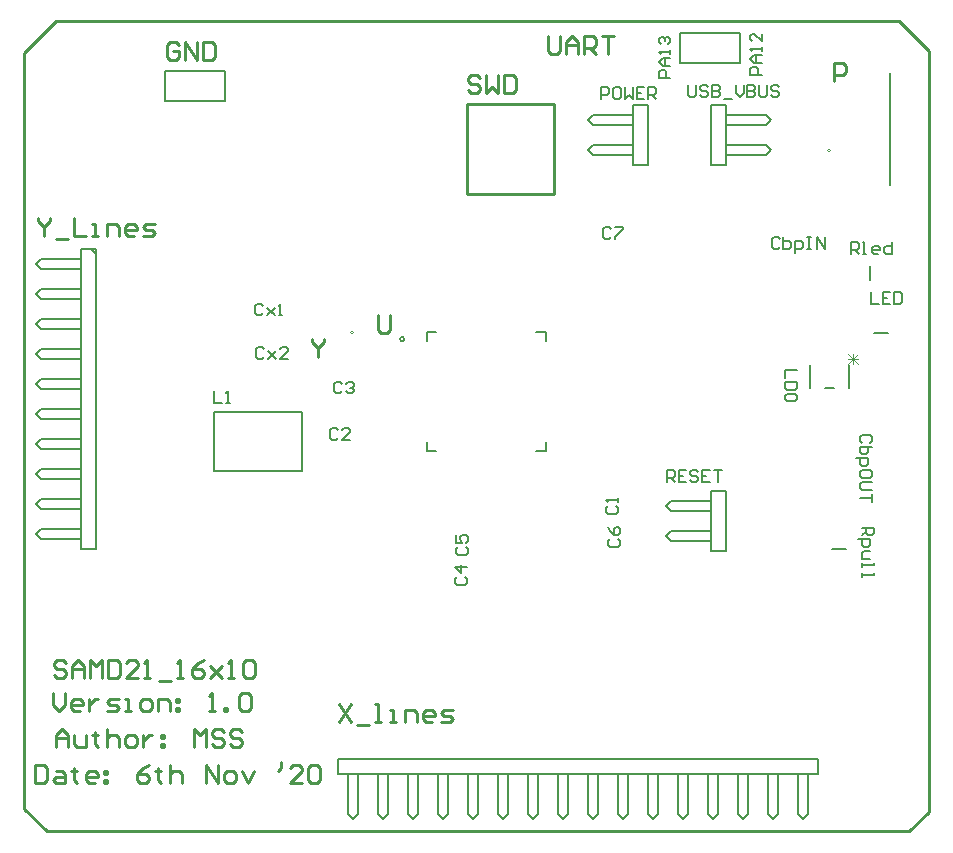
<source format=gto>
G04*
G04 #@! TF.GenerationSoftware,Altium Limited,Altium Designer,20.1.14 (287)*
G04*
G04 Layer_Color=65535*
%FSLAX44Y44*%
%MOMM*%
G71*
G04*
G04 #@! TF.SameCoordinates,20106440-3F2D-40E8-AC6D-39A368FF7A92*
G04*
G04*
G04 #@! TF.FilePolarity,Positive*
G04*
G01*
G75*
%ADD10C,0.0000*%
%ADD11C,0.2000*%
%ADD12C,0.0500*%
%ADD13C,0.2540*%
%ADD14C,0.1270*%
%ADD15C,0.1524*%
%ADD16C,0.1500*%
%ADD17C,0.0762*%
D10*
X1619930Y1294260D02*
G03*
X1619930Y1294260I-1270J0D01*
G01*
D11*
X1259223Y1134160D02*
G03*
X1259223Y1134160I-1803J0D01*
G01*
X1056640Y1336040D02*
Y1361440D01*
X1107440D01*
Y1336040D02*
Y1361440D01*
X1056640Y1336040D02*
X1107440D01*
X998220Y956310D02*
Y1191260D01*
X993987Y1210310D02*
X998220Y1206077D01*
Y1191260D02*
Y1210310D01*
X951653Y964777D02*
X985520D01*
X947420Y969010D02*
X951653Y964777D01*
X947420Y969010D02*
X951653Y973243D01*
X985520D01*
X951653Y990177D02*
X985520D01*
X947420Y994410D02*
X951653Y990177D01*
X947420Y994410D02*
X951653Y998643D01*
X985520D01*
X951653Y1015577D02*
X985520D01*
X947420Y1019810D02*
X951653Y1015577D01*
X947420Y1019810D02*
X951653Y1024043D01*
X985520D01*
X951653Y1040977D02*
X985520D01*
X947420Y1045210D02*
X951653Y1040977D01*
X947420Y1045210D02*
X951653Y1049443D01*
X985520D01*
X951653Y1066377D02*
X985520D01*
X947420Y1070610D02*
X951653Y1066377D01*
X947420Y1070610D02*
X951653Y1074843D01*
X985520D01*
X951653Y1091777D02*
X985520D01*
X947420Y1096010D02*
X951653Y1091777D01*
X947420Y1096010D02*
X951653Y1100243D01*
X985520D01*
X951653Y1117177D02*
X985520D01*
X947420Y1121410D02*
X951653Y1117177D01*
X947420Y1121410D02*
X951653Y1125643D01*
X985520D01*
X951653Y1142577D02*
X985520D01*
X947420Y1146810D02*
X951653Y1142577D01*
X947420Y1146810D02*
X951653Y1151043D01*
X985520D01*
X951653Y1167977D02*
X985520D01*
X947420Y1172210D02*
X951653Y1167977D01*
X947420Y1172210D02*
X951653Y1176443D01*
X985520D01*
X951653Y1193377D02*
X985520D01*
X947420Y1197610D02*
X951653Y1193377D01*
X947420Y1197610D02*
X951653Y1201843D01*
X985520D01*
Y956310D02*
X998220D01*
X985520D02*
Y1210310D01*
X998220D01*
X1492250Y1367790D02*
Y1393190D01*
X1543050D01*
Y1367790D02*
Y1393190D01*
X1492250Y1367790D02*
X1543050D01*
X1202690Y765810D02*
Y778510D01*
Y765810D02*
X1609090D01*
Y778510D01*
X1211157Y731943D02*
Y765810D01*
Y731943D02*
X1215390Y727710D01*
X1219623Y731943D01*
Y765810D01*
X1236557Y731943D02*
Y765810D01*
Y731943D02*
X1240790Y727710D01*
X1245023Y731943D01*
Y765810D01*
X1261957Y731943D02*
Y765810D01*
Y731943D02*
X1266190Y727710D01*
X1270423Y731943D01*
Y765810D01*
X1287357Y731943D02*
Y765810D01*
Y731943D02*
X1291590Y727710D01*
X1295823Y731943D01*
Y765810D01*
X1312757Y731943D02*
Y765810D01*
Y731943D02*
X1316990Y727710D01*
X1321223Y731943D01*
Y765810D01*
X1338157Y731943D02*
Y765810D01*
Y731943D02*
X1342390Y727710D01*
X1346623Y731943D01*
Y765810D01*
X1363557Y731943D02*
Y765810D01*
Y731943D02*
X1367790Y727710D01*
X1372023Y731943D01*
Y765810D01*
X1388957Y731943D02*
Y765810D01*
Y731943D02*
X1393190Y727710D01*
X1397423Y731943D01*
Y765810D01*
X1414357Y731943D02*
Y765810D01*
Y731943D02*
X1418590Y727710D01*
X1422823Y731943D01*
Y765810D01*
X1439757Y731943D02*
Y765810D01*
Y731943D02*
X1443990Y727710D01*
X1448223Y731943D01*
Y765810D01*
X1465157Y731943D02*
Y765810D01*
Y731943D02*
X1469390Y727710D01*
X1473623Y731943D01*
Y765810D01*
X1490557Y731943D02*
Y765810D01*
Y731943D02*
X1494790Y727710D01*
X1499023Y731943D01*
Y765810D01*
X1515957Y731943D02*
Y765810D01*
Y731943D02*
X1520190Y727710D01*
X1524423Y731943D01*
Y765810D01*
X1541357Y731943D02*
Y765810D01*
Y731943D02*
X1545590Y727710D01*
X1549823Y731943D01*
Y765810D01*
X1566757Y731943D02*
Y765810D01*
Y731943D02*
X1570990Y727710D01*
X1575223Y731943D01*
Y765810D01*
X1592157Y731943D02*
Y765810D01*
Y731943D02*
X1596390Y727710D01*
X1600623Y731943D01*
Y765810D01*
X1202690Y778510D02*
X1221740D01*
X1609090D01*
X1531620Y1281430D02*
Y1332230D01*
X1518920D02*
X1531620D01*
X1518920Y1281430D02*
X1531620D01*
X1518920D02*
Y1332230D01*
X1531620Y1289897D02*
X1565487D01*
X1569720Y1294130D01*
X1565487Y1298363D02*
X1569720Y1294130D01*
X1531620Y1298363D02*
X1565487D01*
X1531620Y1315297D02*
X1565487D01*
X1569720Y1319530D01*
X1565487Y1323763D02*
X1569720Y1319530D01*
X1531620Y1323763D02*
X1565487D01*
X1620870Y956310D02*
X1632870D01*
X1653540Y1183990D02*
Y1195990D01*
X1518920Y955040D02*
Y1005840D01*
Y955040D02*
X1531620D01*
X1518920Y1005840D02*
X1531620D01*
Y955040D02*
Y1005840D01*
X1485053Y997373D02*
X1518920D01*
X1480820Y993140D02*
X1485053Y997373D01*
X1480820Y993140D02*
X1485053Y988907D01*
X1485053Y988907D02*
X1518920D01*
X1485053Y971973D02*
X1518920D01*
X1480820Y967740D02*
X1485053Y971973D01*
X1480820Y967740D02*
X1485053Y963507D01*
X1518920D01*
X1452880Y1281430D02*
Y1332230D01*
Y1281430D02*
X1465580D01*
X1452880Y1332230D02*
X1465580D01*
Y1281430D02*
Y1332230D01*
X1419013Y1323763D02*
X1452880D01*
X1414780Y1319530D02*
X1419013Y1323763D01*
X1414780Y1319530D02*
X1419013Y1315297D01*
X1419013Y1315297D02*
X1452880D01*
X1419013Y1298363D02*
X1452880D01*
X1414780Y1294130D02*
X1419013Y1298363D01*
X1414780Y1294130D02*
X1419013Y1289897D01*
X1452880D01*
X1656430Y1139300D02*
X1668430D01*
X1172880Y1047750D02*
Y1072750D01*
X1097880D02*
X1172880D01*
X1097880Y1022750D02*
Y1072750D01*
Y1022750D02*
X1172880D01*
Y1047750D01*
D12*
X1216224Y1139900D02*
G03*
X1216224Y1139900I-1414J0D01*
G01*
D13*
X1703070Y734060D02*
Y737870D01*
Y938530D01*
X1686560Y717550D02*
X1703070Y734060D01*
X956310Y717550D02*
X1686560D01*
X937260Y736600D02*
X956310Y717550D01*
X937260Y1376680D02*
X937260Y736600D01*
X937260Y1376680D02*
X963930Y1403350D01*
X1220470D01*
X1703070Y938530D02*
Y1374775D01*
X1220470Y1403350D02*
X1677670D01*
X1703070Y1377950D01*
Y1371600D02*
Y1377950D01*
X1311910Y1333500D02*
X1385570D01*
Y1257300D02*
Y1333500D01*
X1311910Y1257300D02*
X1385570D01*
X1311910D02*
Y1333500D01*
X946150Y773425D02*
Y758190D01*
X953767D01*
X956307Y760729D01*
Y770886D01*
X953767Y773425D01*
X946150D01*
X963924Y768347D02*
X969003D01*
X971542Y765807D01*
Y758190D01*
X963924D01*
X961385Y760729D01*
X963924Y763268D01*
X971542D01*
X979159Y770886D02*
Y768347D01*
X976620D01*
X981699D01*
X979159D01*
Y760729D01*
X981699Y758190D01*
X996934D02*
X991855D01*
X989316Y760729D01*
Y765807D01*
X991855Y768347D01*
X996934D01*
X999473Y765807D01*
Y763268D01*
X989316D01*
X1004551Y768347D02*
X1007090D01*
Y765807D01*
X1004551D01*
Y768347D01*
Y760729D02*
X1007090D01*
Y758190D01*
X1004551D01*
Y760729D01*
X1042639Y773425D02*
X1037560Y770886D01*
X1032482Y765807D01*
Y760729D01*
X1035021Y758190D01*
X1040100D01*
X1042639Y760729D01*
Y763268D01*
X1040100Y765807D01*
X1032482D01*
X1050256Y770886D02*
Y768347D01*
X1047717D01*
X1052795D01*
X1050256D01*
Y760729D01*
X1052795Y758190D01*
X1060413Y773425D02*
Y758190D01*
Y765807D01*
X1062952Y768347D01*
X1068031D01*
X1070570Y765807D01*
Y758190D01*
X1090883D02*
Y773425D01*
X1101040Y758190D01*
Y773425D01*
X1108657Y758190D02*
X1113736D01*
X1116275Y760729D01*
Y765807D01*
X1113736Y768347D01*
X1108657D01*
X1106118Y765807D01*
Y760729D01*
X1108657Y758190D01*
X1121353Y768347D02*
X1126432Y758190D01*
X1131510Y768347D01*
X1154363Y775964D02*
Y770886D01*
X1151824Y768347D01*
X1172137Y758190D02*
X1161980D01*
X1172137Y768347D01*
Y770886D01*
X1169598Y773425D01*
X1164519D01*
X1161980Y770886D01*
X1177215D02*
X1179754Y773425D01*
X1184833D01*
X1187372Y770886D01*
Y760729D01*
X1184833Y758190D01*
X1179754D01*
X1177215Y760729D01*
Y770886D01*
X963930Y788670D02*
Y798827D01*
X969008Y803905D01*
X974087Y798827D01*
Y788670D01*
Y796288D01*
X963930D01*
X979165Y798827D02*
Y791209D01*
X981704Y788670D01*
X989322D01*
Y798827D01*
X996939Y801366D02*
Y798827D01*
X994400D01*
X999479D01*
X996939D01*
Y791209D01*
X999479Y788670D01*
X1007096Y803905D02*
Y788670D01*
Y796288D01*
X1009635Y798827D01*
X1014714D01*
X1017253Y796288D01*
Y788670D01*
X1024870D02*
X1029949D01*
X1032488Y791209D01*
Y796288D01*
X1029949Y798827D01*
X1024870D01*
X1022331Y796288D01*
Y791209D01*
X1024870Y788670D01*
X1037566Y798827D02*
Y788670D01*
Y793748D01*
X1040105Y796288D01*
X1042645Y798827D01*
X1045184D01*
X1052801D02*
X1055340D01*
Y796288D01*
X1052801D01*
Y798827D01*
Y791209D02*
X1055340D01*
Y788670D01*
X1052801D01*
Y791209D01*
X1080732Y788670D02*
Y803905D01*
X1085811Y798827D01*
X1090889Y803905D01*
Y788670D01*
X1106124Y801366D02*
X1103585Y803905D01*
X1098506D01*
X1095967Y801366D01*
Y798827D01*
X1098506Y796288D01*
X1103585D01*
X1106124Y793748D01*
Y791209D01*
X1103585Y788670D01*
X1098506D01*
X1095967Y791209D01*
X1121359Y801366D02*
X1118820Y803905D01*
X1113742D01*
X1111202Y801366D01*
Y798827D01*
X1113742Y796288D01*
X1118820D01*
X1121359Y793748D01*
Y791209D01*
X1118820Y788670D01*
X1113742D01*
X1111202Y791209D01*
X961390Y834385D02*
Y824228D01*
X966468Y819150D01*
X971547Y824228D01*
Y834385D01*
X984243Y819150D02*
X979164D01*
X976625Y821689D01*
Y826768D01*
X979164Y829307D01*
X984243D01*
X986782Y826768D01*
Y824228D01*
X976625D01*
X991860Y829307D02*
Y819150D01*
Y824228D01*
X994399Y826768D01*
X996938Y829307D01*
X999478D01*
X1007095Y819150D02*
X1014713D01*
X1017252Y821689D01*
X1014713Y824228D01*
X1009634D01*
X1007095Y826768D01*
X1009634Y829307D01*
X1017252D01*
X1022330Y819150D02*
X1027409D01*
X1024870D01*
Y829307D01*
X1022330D01*
X1037565Y819150D02*
X1042644D01*
X1045183Y821689D01*
Y826768D01*
X1042644Y829307D01*
X1037565D01*
X1035026Y826768D01*
Y821689D01*
X1037565Y819150D01*
X1050261D02*
Y829307D01*
X1057879D01*
X1060418Y826768D01*
Y819150D01*
X1065496Y829307D02*
X1068036D01*
Y826768D01*
X1065496D01*
Y829307D01*
Y821689D02*
X1068036D01*
Y819150D01*
X1065496D01*
Y821689D01*
X1093427Y819150D02*
X1098506D01*
X1095966D01*
Y834385D01*
X1093427Y831846D01*
X1106123Y819150D02*
Y821689D01*
X1108662D01*
Y819150D01*
X1106123D01*
X1118819Y831846D02*
X1121358Y834385D01*
X1126437D01*
X1128976Y831846D01*
Y821689D01*
X1126437Y819150D01*
X1121358D01*
X1118819Y821689D01*
Y831846D01*
X972817Y859785D02*
X970277Y862324D01*
X965199D01*
X962660Y859785D01*
Y857246D01*
X965199Y854707D01*
X970277D01*
X972817Y852168D01*
Y849628D01*
X970277Y847089D01*
X965199D01*
X962660Y849628D01*
X977895Y847089D02*
Y857246D01*
X982973Y862324D01*
X988052Y857246D01*
Y847089D01*
Y854707D01*
X977895D01*
X993130Y847089D02*
Y862324D01*
X998208Y857246D01*
X1003287Y862324D01*
Y847089D01*
X1008365Y862324D02*
Y847089D01*
X1015983D01*
X1018522Y849628D01*
Y859785D01*
X1015983Y862324D01*
X1008365D01*
X1033757Y847089D02*
X1023600D01*
X1033757Y857246D01*
Y859785D01*
X1031218Y862324D01*
X1026140D01*
X1023600Y859785D01*
X1038835Y847089D02*
X1043914D01*
X1041375D01*
Y862324D01*
X1038835Y859785D01*
X1051531Y844550D02*
X1061688D01*
X1066766Y847089D02*
X1071845D01*
X1069305D01*
Y862324D01*
X1066766Y859785D01*
X1089619Y862324D02*
X1084541Y859785D01*
X1079462Y854707D01*
Y849628D01*
X1082001Y847089D01*
X1087080D01*
X1089619Y849628D01*
Y852168D01*
X1087080Y854707D01*
X1079462D01*
X1094697Y857246D02*
X1104854Y847089D01*
X1099776Y852168D01*
X1104854Y857246D01*
X1094697Y847089D01*
X1109932D02*
X1115011D01*
X1112471D01*
Y862324D01*
X1109932Y859785D01*
X1122628D02*
X1125167Y862324D01*
X1130246D01*
X1132785Y859785D01*
Y849628D01*
X1130246Y847089D01*
X1125167D01*
X1122628Y849628D01*
Y859785D01*
X1068321Y1382772D02*
X1065781Y1385311D01*
X1060703D01*
X1058164Y1382772D01*
Y1372615D01*
X1060703Y1370076D01*
X1065781D01*
X1068321Y1372615D01*
Y1377693D01*
X1063242D01*
X1073399Y1370076D02*
Y1385311D01*
X1083556Y1370076D01*
Y1385311D01*
X1088634D02*
Y1370076D01*
X1096252D01*
X1098791Y1372615D01*
Y1382772D01*
X1096252Y1385311D01*
X1088634D01*
X948944Y1236721D02*
Y1234182D01*
X954022Y1229103D01*
X959101Y1234182D01*
Y1236721D01*
X954022Y1229103D02*
Y1221486D01*
X964179Y1218947D02*
X974336D01*
X979414Y1236721D02*
Y1221486D01*
X989571D01*
X994649D02*
X999728D01*
X997188D01*
Y1231643D01*
X994649D01*
X1007345Y1221486D02*
Y1231643D01*
X1014963D01*
X1017502Y1229103D01*
Y1221486D01*
X1030198D02*
X1025119D01*
X1022580Y1224025D01*
Y1229103D01*
X1025119Y1231643D01*
X1030198D01*
X1032737Y1229103D01*
Y1226564D01*
X1022580D01*
X1037815Y1221486D02*
X1045433D01*
X1047972Y1224025D01*
X1045433Y1226564D01*
X1040354D01*
X1037815Y1229103D01*
X1040354Y1231643D01*
X1047972D01*
X1204214Y825241D02*
X1214371Y810006D01*
Y825241D02*
X1204214Y810006D01*
X1219449Y807467D02*
X1229606D01*
X1234684Y810006D02*
X1239762D01*
X1237223D01*
Y825241D01*
X1234684D01*
X1247380Y810006D02*
X1252458D01*
X1249919D01*
Y820163D01*
X1247380D01*
X1260076Y810006D02*
Y820163D01*
X1267693D01*
X1270233Y817624D01*
Y810006D01*
X1282928D02*
X1277850D01*
X1275311Y812545D01*
Y817624D01*
X1277850Y820163D01*
X1282928D01*
X1285468Y817624D01*
Y815084D01*
X1275311D01*
X1290546Y810006D02*
X1298164D01*
X1300703Y812545D01*
X1298164Y815084D01*
X1293085D01*
X1290546Y817624D01*
X1293085Y820163D01*
X1300703D01*
X1380499Y1390647D02*
Y1377952D01*
X1383038Y1375412D01*
X1388117D01*
X1390656Y1377952D01*
Y1390647D01*
X1395734Y1375412D02*
Y1385569D01*
X1400813Y1390647D01*
X1405891Y1385569D01*
Y1375412D01*
Y1383030D01*
X1395734D01*
X1410969Y1375412D02*
Y1390647D01*
X1418587D01*
X1421126Y1388108D01*
Y1383030D01*
X1418587Y1380491D01*
X1410969D01*
X1416048D02*
X1421126Y1375412D01*
X1426204Y1390647D02*
X1436361D01*
X1431283D01*
Y1375412D01*
X1236726Y1154171D02*
Y1141475D01*
X1239265Y1138936D01*
X1244343D01*
X1246883Y1141475D01*
Y1154171D01*
X1623062Y1352552D02*
Y1367787D01*
X1630679D01*
X1633218Y1365248D01*
Y1360170D01*
X1630679Y1357631D01*
X1623062D01*
X1181102Y1134108D02*
Y1131568D01*
X1186180Y1126490D01*
X1191258Y1131568D01*
Y1134108D01*
X1186180Y1126490D02*
Y1118873D01*
X1323337Y1355086D02*
X1320797Y1357625D01*
X1315719D01*
X1313180Y1355086D01*
Y1352547D01*
X1315719Y1350007D01*
X1320797D01*
X1323337Y1347468D01*
Y1344929D01*
X1320797Y1342390D01*
X1315719D01*
X1313180Y1344929D01*
X1328415Y1357625D02*
Y1342390D01*
X1333493Y1347468D01*
X1338572Y1342390D01*
Y1357625D01*
X1343650D02*
Y1342390D01*
X1351268D01*
X1353807Y1344929D01*
Y1355086D01*
X1351268Y1357625D01*
X1343650D01*
D14*
X1670660Y1264260D02*
Y1359260D01*
X1370920Y1039160D02*
X1378920D01*
Y1047160D01*
X1277920Y1039160D02*
X1285920D01*
X1277920D02*
Y1047160D01*
X1378920Y1132160D02*
Y1140160D01*
X1370920D02*
X1378920D01*
X1277920Y1132160D02*
Y1140160D01*
X1285920D01*
D15*
X1602486Y1092581D02*
Y1112139D01*
X1615617Y1092581D02*
X1622883D01*
X1636014D02*
Y1112139D01*
D16*
X1484400Y1355320D02*
X1474403D01*
Y1360318D01*
X1476069Y1361985D01*
X1479402D01*
X1481068Y1360318D01*
Y1355320D01*
X1484400Y1365317D02*
X1477735D01*
X1474403Y1368649D01*
X1477735Y1371981D01*
X1484400D01*
X1479402D01*
Y1365317D01*
X1484400Y1375314D02*
Y1378646D01*
Y1376980D01*
X1474403D01*
X1476069Y1375314D01*
Y1383644D02*
X1474403Y1385310D01*
Y1388643D01*
X1476069Y1390309D01*
X1477735D01*
X1479402Y1388643D01*
Y1386976D01*
Y1388643D01*
X1481068Y1390309D01*
X1482734D01*
X1484400Y1388643D01*
Y1385310D01*
X1482734Y1383644D01*
X1561870Y1357860D02*
X1551873D01*
Y1362858D01*
X1553539Y1364525D01*
X1556872D01*
X1558538Y1362858D01*
Y1357860D01*
X1561870Y1367857D02*
X1555206D01*
X1551873Y1371189D01*
X1555206Y1374521D01*
X1561870D01*
X1556872D01*
Y1367857D01*
X1561870Y1377854D02*
Y1381186D01*
Y1379520D01*
X1551873D01*
X1553539Y1377854D01*
X1561870Y1392849D02*
Y1386184D01*
X1555206Y1392849D01*
X1553539D01*
X1551873Y1391183D01*
Y1387850D01*
X1553539Y1386184D01*
X1499649Y1349491D02*
Y1341161D01*
X1501315Y1339495D01*
X1504647D01*
X1506313Y1341161D01*
Y1349491D01*
X1516310Y1347825D02*
X1514644Y1349491D01*
X1511312D01*
X1509646Y1347825D01*
Y1346159D01*
X1511312Y1344493D01*
X1514644D01*
X1516310Y1342827D01*
Y1341161D01*
X1514644Y1339495D01*
X1511312D01*
X1509646Y1341161D01*
X1519643Y1349491D02*
Y1339495D01*
X1524641D01*
X1526307Y1341161D01*
Y1342827D01*
X1524641Y1344493D01*
X1519643D01*
X1524641D01*
X1526307Y1346159D01*
Y1347825D01*
X1524641Y1349491D01*
X1519643D01*
X1529639Y1337829D02*
X1536304D01*
X1539636Y1349491D02*
Y1342827D01*
X1542968Y1339495D01*
X1546301Y1342827D01*
Y1349491D01*
X1549633D02*
Y1339495D01*
X1554631D01*
X1556297Y1341161D01*
Y1342827D01*
X1554631Y1344493D01*
X1549633D01*
X1554631D01*
X1556297Y1346159D01*
Y1347825D01*
X1554631Y1349491D01*
X1549633D01*
X1559630D02*
Y1341161D01*
X1561296Y1339495D01*
X1564628D01*
X1566294Y1341161D01*
Y1349491D01*
X1576291Y1347825D02*
X1574625Y1349491D01*
X1571293D01*
X1569626Y1347825D01*
Y1346159D01*
X1571293Y1344493D01*
X1574625D01*
X1576291Y1342827D01*
Y1341161D01*
X1574625Y1339495D01*
X1571293D01*
X1569626Y1341161D01*
X1646398Y974597D02*
X1656395D01*
Y969598D01*
X1654728Y967932D01*
X1651396D01*
X1649730Y969598D01*
Y974597D01*
Y971264D02*
X1646398Y967932D01*
X1643065Y964600D02*
X1653062D01*
Y959601D01*
X1651396Y957935D01*
X1648064D01*
X1646398Y959601D01*
Y964600D01*
X1653062Y954603D02*
X1648064D01*
X1646398Y952937D01*
Y947939D01*
X1653062D01*
X1646398Y944606D02*
Y941274D01*
Y942940D01*
X1656395D01*
Y944606D01*
X1646398Y936276D02*
Y932943D01*
Y934610D01*
X1656395D01*
Y936276D01*
X1637030Y1206500D02*
Y1216497D01*
X1642028D01*
X1643694Y1214831D01*
Y1211498D01*
X1642028Y1209832D01*
X1637030D01*
X1640362D02*
X1643694Y1206500D01*
X1647027D02*
X1650359D01*
X1648693D01*
Y1216497D01*
X1647027D01*
X1660356Y1206500D02*
X1657024D01*
X1655357Y1208166D01*
Y1211498D01*
X1657024Y1213165D01*
X1660356D01*
X1662022Y1211498D01*
Y1209832D01*
X1655357D01*
X1672019Y1216497D02*
Y1206500D01*
X1667020D01*
X1665354Y1208166D01*
Y1211498D01*
X1667020Y1213165D01*
X1672019D01*
X1481328Y1013460D02*
Y1023457D01*
X1486326D01*
X1487993Y1021791D01*
Y1018458D01*
X1486326Y1016792D01*
X1481328D01*
X1484660D02*
X1487993Y1013460D01*
X1497989Y1023457D02*
X1491325D01*
Y1013460D01*
X1497989D01*
X1491325Y1018458D02*
X1494657D01*
X1507986Y1021791D02*
X1506320Y1023457D01*
X1502988D01*
X1501322Y1021791D01*
Y1020125D01*
X1502988Y1018458D01*
X1506320D01*
X1507986Y1016792D01*
Y1015126D01*
X1506320Y1013460D01*
X1502988D01*
X1501322Y1015126D01*
X1517983Y1023457D02*
X1511318D01*
Y1013460D01*
X1517983D01*
X1511318Y1018458D02*
X1514651D01*
X1521315Y1023457D02*
X1527980D01*
X1524647D01*
Y1013460D01*
X1425744Y1337392D02*
Y1347388D01*
X1430743D01*
X1432409Y1345722D01*
Y1342390D01*
X1430743Y1340724D01*
X1425744D01*
X1440739Y1347388D02*
X1437407D01*
X1435741Y1345722D01*
Y1339058D01*
X1437407Y1337392D01*
X1440739D01*
X1442406Y1339058D01*
Y1345722D01*
X1440739Y1347388D01*
X1445738D02*
Y1337392D01*
X1449070Y1340724D01*
X1452402Y1337392D01*
Y1347388D01*
X1462399D02*
X1455735D01*
Y1337392D01*
X1462399D01*
X1455735Y1342390D02*
X1459067D01*
X1465731Y1337392D02*
Y1347388D01*
X1470730D01*
X1472396Y1345722D01*
Y1342390D01*
X1470730Y1340724D01*
X1465731D01*
X1469064D02*
X1472396Y1337392D01*
X1654048Y1173825D02*
Y1163828D01*
X1660712D01*
X1670709Y1173825D02*
X1664045D01*
Y1163828D01*
X1670709D01*
X1664045Y1168826D02*
X1667377D01*
X1674042Y1173825D02*
Y1163828D01*
X1679040D01*
X1680706Y1165494D01*
Y1172159D01*
X1679040Y1173825D01*
X1674042D01*
X1591228Y1108069D02*
X1581232D01*
Y1101404D01*
X1591228Y1098072D02*
X1581232D01*
Y1093074D01*
X1582898Y1091408D01*
X1589562D01*
X1591228Y1093074D01*
Y1098072D01*
Y1083077D02*
Y1086409D01*
X1589562Y1088075D01*
X1582898D01*
X1581232Y1086409D01*
Y1083077D01*
X1582898Y1081411D01*
X1589562D01*
X1591228Y1083077D01*
X1098296Y1090259D02*
Y1080262D01*
X1104960D01*
X1108293D02*
X1111625D01*
X1109959D01*
Y1090259D01*
X1108293Y1088593D01*
X1140520Y1125677D02*
X1138854Y1127343D01*
X1135522D01*
X1133856Y1125677D01*
Y1119012D01*
X1135522Y1117346D01*
X1138854D01*
X1140520Y1119012D01*
X1143853Y1124010D02*
X1150517Y1117346D01*
X1147185Y1120678D01*
X1150517Y1124010D01*
X1143853Y1117346D01*
X1160514D02*
X1153850D01*
X1160514Y1124010D01*
Y1125677D01*
X1158848Y1127343D01*
X1155516D01*
X1153850Y1125677D01*
X1139250Y1162507D02*
X1137584Y1164173D01*
X1134252D01*
X1132586Y1162507D01*
Y1155842D01*
X1134252Y1154176D01*
X1137584D01*
X1139250Y1155842D01*
X1142583Y1160841D02*
X1149247Y1154176D01*
X1145915Y1157508D01*
X1149247Y1160841D01*
X1142583Y1154176D01*
X1152580D02*
X1155912D01*
X1154246D01*
Y1164173D01*
X1152580Y1162507D01*
X1653458Y1046550D02*
X1655125Y1048216D01*
Y1051548D01*
X1653458Y1053214D01*
X1646794D01*
X1645128Y1051548D01*
Y1048216D01*
X1646794Y1046550D01*
X1655125Y1043217D02*
X1645128D01*
Y1038219D01*
X1646794Y1036553D01*
X1648460D01*
X1650126D01*
X1651792Y1038219D01*
Y1043217D01*
X1641796Y1033221D02*
X1651792D01*
Y1028222D01*
X1650126Y1026556D01*
X1646794D01*
X1645128Y1028222D01*
Y1033221D01*
X1655125Y1018225D02*
Y1021558D01*
X1653458Y1023224D01*
X1646794D01*
X1645128Y1021558D01*
Y1018225D01*
X1646794Y1016559D01*
X1653458D01*
X1655125Y1018225D01*
Y1013227D02*
X1646794D01*
X1645128Y1011561D01*
Y1008229D01*
X1646794Y1006563D01*
X1655125D01*
Y1003230D02*
Y996566D01*
Y999898D01*
X1645128D01*
X1576752Y1219118D02*
X1575086Y1220785D01*
X1571753D01*
X1570087Y1219118D01*
Y1212454D01*
X1571753Y1210788D01*
X1575086D01*
X1576752Y1212454D01*
X1580084Y1220785D02*
Y1210788D01*
X1585082D01*
X1586749Y1212454D01*
Y1214120D01*
Y1215786D01*
X1585082Y1217452D01*
X1580084D01*
X1590081Y1207456D02*
Y1217452D01*
X1595079D01*
X1596745Y1215786D01*
Y1212454D01*
X1595079Y1210788D01*
X1590081D01*
X1600078Y1220785D02*
X1603410D01*
X1601744D01*
Y1210788D01*
X1600078D01*
X1603410D01*
X1608408D02*
Y1220785D01*
X1615073Y1210788D01*
Y1220785D01*
X1433891Y1227277D02*
X1432224Y1228943D01*
X1428892D01*
X1427226Y1227277D01*
Y1220612D01*
X1428892Y1218946D01*
X1432224D01*
X1433891Y1220612D01*
X1437223Y1228943D02*
X1443887D01*
Y1227277D01*
X1437223Y1220612D01*
Y1218946D01*
X1433038Y964804D02*
X1431372Y963138D01*
Y959806D01*
X1433038Y958139D01*
X1439702D01*
X1441368Y959806D01*
Y963138D01*
X1439702Y964804D01*
X1431372Y974801D02*
X1433038Y971468D01*
X1436370Y968136D01*
X1439702D01*
X1441368Y969802D01*
Y973135D01*
X1439702Y974801D01*
X1438036D01*
X1436370Y973135D01*
Y968136D01*
X1304888Y958454D02*
X1303222Y956788D01*
Y953456D01*
X1304888Y951789D01*
X1311552D01*
X1313218Y953456D01*
Y956788D01*
X1311552Y958454D01*
X1303222Y968451D02*
Y961786D01*
X1308220D01*
X1306554Y965118D01*
Y966785D01*
X1308220Y968451D01*
X1311552D01*
X1313218Y966785D01*
Y963452D01*
X1311552Y961786D01*
X1303618Y933054D02*
X1301952Y931388D01*
Y928055D01*
X1303618Y926389D01*
X1310282D01*
X1311948Y928055D01*
Y931388D01*
X1310282Y933054D01*
X1311948Y941385D02*
X1301952D01*
X1306950Y936386D01*
Y943051D01*
X1206561Y1096467D02*
X1204894Y1098133D01*
X1201562D01*
X1199896Y1096467D01*
Y1089802D01*
X1201562Y1088136D01*
X1204894D01*
X1206561Y1089802D01*
X1209893Y1096467D02*
X1211559Y1098133D01*
X1214891D01*
X1216557Y1096467D01*
Y1094800D01*
X1214891Y1093134D01*
X1213225D01*
X1214891D01*
X1216557Y1091468D01*
Y1089802D01*
X1214891Y1088136D01*
X1211559D01*
X1209893Y1089802D01*
X1202750Y1057097D02*
X1201084Y1058763D01*
X1197752D01*
X1196086Y1057097D01*
Y1050432D01*
X1197752Y1048766D01*
X1201084D01*
X1202750Y1050432D01*
X1212747Y1048766D02*
X1206083D01*
X1212747Y1055431D01*
Y1057097D01*
X1211081Y1058763D01*
X1207749D01*
X1206083Y1057097D01*
X1431888Y993140D02*
X1430222Y991474D01*
Y988142D01*
X1431888Y986476D01*
X1438552D01*
X1440218Y988142D01*
Y991474D01*
X1438552Y993140D01*
X1440218Y996472D02*
Y999805D01*
Y998138D01*
X1430222D01*
X1431888Y996472D01*
D17*
X1643140Y1121600D02*
X1634676Y1113137D01*
Y1121600D02*
X1643140Y1113137D01*
X1638908Y1121600D02*
Y1113137D01*
X1634676Y1117368D02*
X1643140D01*
M02*

</source>
